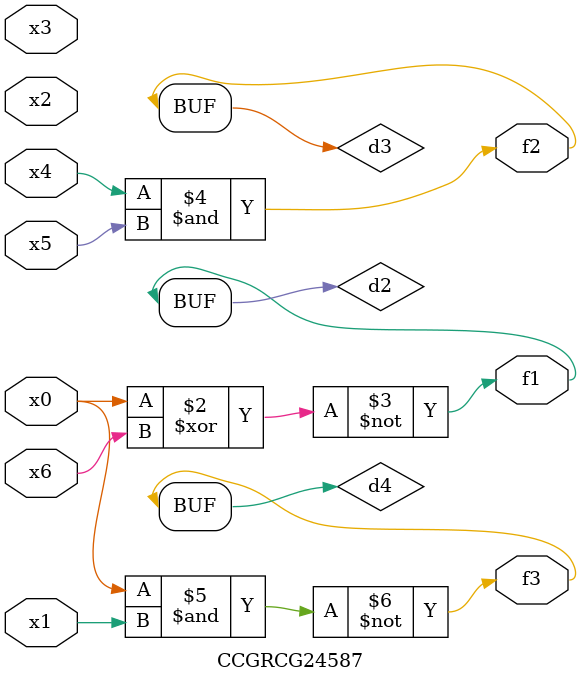
<source format=v>
module CCGRCG24587(
	input x0, x1, x2, x3, x4, x5, x6,
	output f1, f2, f3
);

	wire d1, d2, d3, d4;

	nor (d1, x0);
	xnor (d2, x0, x6);
	and (d3, x4, x5);
	nand (d4, x0, x1);
	assign f1 = d2;
	assign f2 = d3;
	assign f3 = d4;
endmodule

</source>
